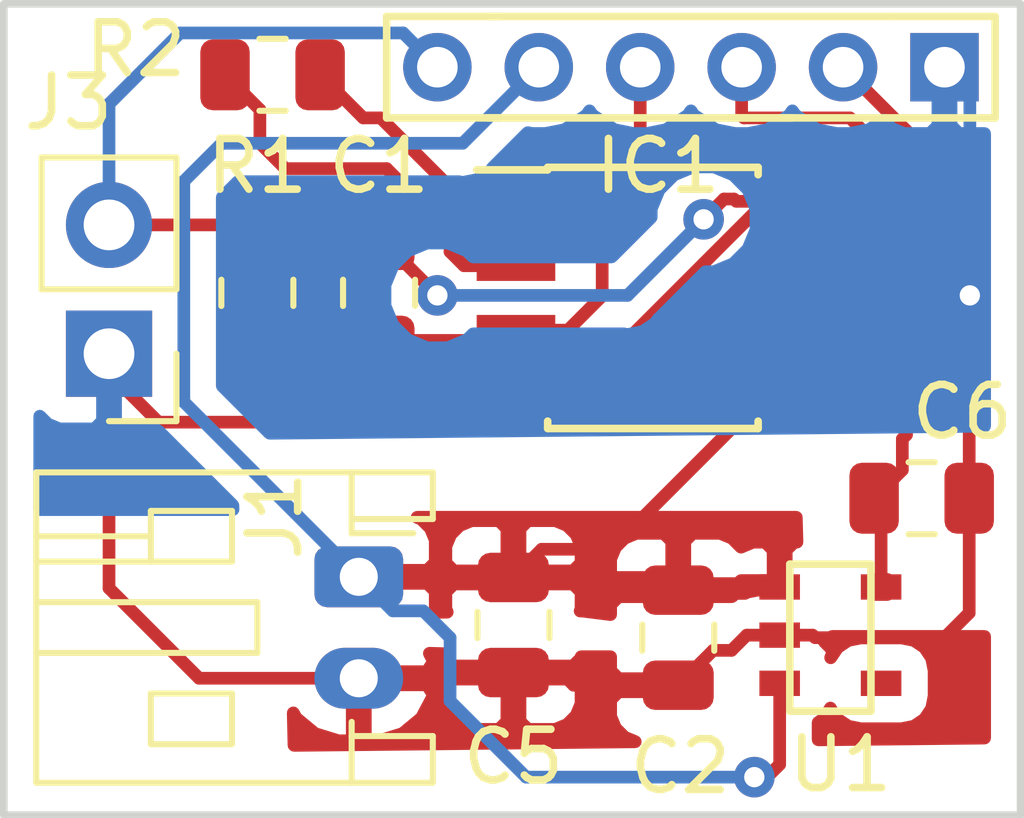
<source format=kicad_pcb>
(kicad_pcb (version 20171130) (host pcbnew 5.0.2+dfsg1-1~bpo9+1)

  (general
    (thickness 1.6)
    (drawings 4)
    (tracks 114)
    (zones 0)
    (modules 11)
    (nets 10)
  )

  (page A4)
  (layers
    (0 F.Cu signal)
    (31 B.Cu signal)
    (32 B.Adhes user)
    (33 F.Adhes user)
    (34 B.Paste user)
    (35 F.Paste user)
    (36 B.SilkS user)
    (37 F.SilkS user)
    (38 B.Mask user)
    (39 F.Mask user)
    (40 Dwgs.User user)
    (41 Cmts.User user)
    (42 Eco1.User user)
    (43 Eco2.User user)
    (44 Edge.Cuts user)
    (45 Margin user)
    (46 B.CrtYd user)
    (47 F.CrtYd user)
    (48 B.Fab user)
    (49 F.Fab user)
  )

  (setup
    (last_trace_width 0.25)
    (trace_clearance 0.2)
    (zone_clearance 0.508)
    (zone_45_only no)
    (trace_min 0.2)
    (segment_width 0.2)
    (edge_width 0.15)
    (via_size 0.8)
    (via_drill 0.4)
    (via_min_size 0.4)
    (via_min_drill 0.3)
    (uvia_size 0.3)
    (uvia_drill 0.1)
    (uvias_allowed no)
    (uvia_min_size 0.2)
    (uvia_min_drill 0.1)
    (pcb_text_width 0.3)
    (pcb_text_size 1.5 1.5)
    (mod_edge_width 0.15)
    (mod_text_size 1 1)
    (mod_text_width 0.15)
    (pad_size 1.524 1.524)
    (pad_drill 0.762)
    (pad_to_mask_clearance 0.051)
    (solder_mask_min_width 0.25)
    (aux_axis_origin 0 0)
    (visible_elements FFFFFF7F)
    (pcbplotparams
      (layerselection 0x010fc_ffffffff)
      (usegerberextensions false)
      (usegerberattributes false)
      (usegerberadvancedattributes false)
      (creategerberjobfile false)
      (excludeedgelayer true)
      (linewidth 0.150000)
      (plotframeref false)
      (viasonmask false)
      (mode 1)
      (useauxorigin false)
      (hpglpennumber 1)
      (hpglpenspeed 20)
      (hpglpendiameter 15.000000)
      (psnegative false)
      (psa4output false)
      (plotreference true)
      (plotvalue true)
      (plotinvisibletext false)
      (padsonsilk false)
      (subtractmaskfromsilk false)
      (outputformat 1)
      (mirror false)
      (drillshape 0)
      (scaleselection 1)
      (outputdirectory "/tmp/buckboost/"))
  )

  (net 0 "")
  (net 1 GND)
  (net 2 BATT)
  (net 3 STDBY)
  (net 4 CHRG)
  (net 5 +5V)
  (net 6 "Net-(C1-Pad1)")
  (net 7 "Net-(IC1-Pad2)")
  (net 8 "Net-(U1-Pad4)")
  (net 9 /3.0V)

  (net_class Default "This is the default net class."
    (clearance 0.2)
    (trace_width 0.25)
    (via_dia 0.8)
    (via_drill 0.4)
    (uvia_dia 0.3)
    (uvia_drill 0.1)
    (add_net +5V)
    (add_net /3.0V)
    (add_net BATT)
    (add_net CHRG)
    (add_net GND)
    (add_net "Net-(C1-Pad1)")
    (add_net "Net-(IC1-Pad2)")
    (add_net "Net-(U1-Pad4)")
    (add_net STDBY)
  )

  (module Connector_PinHeader_2.54mm:PinHeader_1x02_P2.54mm_Vertical (layer F.Cu) (tedit 59FED5CC) (tstamp 5F22601E)
    (at 91.275 80.4 180)
    (descr "Through hole straight pin header, 1x02, 2.54mm pitch, single row")
    (tags "Through hole pin header THT 1x02 2.54mm single row")
    (path /5EFD7AF9)
    (fp_text reference J3 (at 0.8 4.95 180) (layer F.SilkS)
      (effects (font (size 1 1) (thickness 0.15)))
    )
    (fp_text value PWR (at 0 4.87 180) (layer F.Fab) hide
      (effects (font (size 1 1) (thickness 0.15)))
    )
    (fp_text user %R (at 0 1.27 270) (layer F.Fab)
      (effects (font (size 1 1) (thickness 0.15)))
    )
    (fp_line (start 1.8 -1.8) (end -1.8 -1.8) (layer F.CrtYd) (width 0.05))
    (fp_line (start 1.8 4.35) (end 1.8 -1.8) (layer F.CrtYd) (width 0.05))
    (fp_line (start -1.8 4.35) (end 1.8 4.35) (layer F.CrtYd) (width 0.05))
    (fp_line (start -1.8 -1.8) (end -1.8 4.35) (layer F.CrtYd) (width 0.05))
    (fp_line (start -1.33 -1.33) (end 0 -1.33) (layer F.SilkS) (width 0.12))
    (fp_line (start -1.33 0) (end -1.33 -1.33) (layer F.SilkS) (width 0.12))
    (fp_line (start -1.33 1.27) (end 1.33 1.27) (layer F.SilkS) (width 0.12))
    (fp_line (start 1.33 1.27) (end 1.33 3.87) (layer F.SilkS) (width 0.12))
    (fp_line (start -1.33 1.27) (end -1.33 3.87) (layer F.SilkS) (width 0.12))
    (fp_line (start -1.33 3.87) (end 1.33 3.87) (layer F.SilkS) (width 0.12))
    (fp_line (start -1.27 -0.635) (end -0.635 -1.27) (layer F.Fab) (width 0.1))
    (fp_line (start -1.27 3.81) (end -1.27 -0.635) (layer F.Fab) (width 0.1))
    (fp_line (start 1.27 3.81) (end -1.27 3.81) (layer F.Fab) (width 0.1))
    (fp_line (start 1.27 -1.27) (end 1.27 3.81) (layer F.Fab) (width 0.1))
    (fp_line (start -0.635 -1.27) (end 1.27 -1.27) (layer F.Fab) (width 0.1))
    (pad 2 thru_hole oval (at 0 2.54 180) (size 1.7 1.7) (drill 1) (layers *.Cu *.Mask)
      (net 5 +5V))
    (pad 1 thru_hole rect (at 0 0 180) (size 1.7 1.7) (drill 1) (layers *.Cu *.Mask)
      (net 1 GND))
    (model ${KISYS3DMOD}/Connector_PinHeader_2.54mm.3dshapes/PinHeader_1x02_P2.54mm_Vertical.wrl
      (at (xyz 0 0 0))
      (scale (xyz 1 1 1))
      (rotate (xyz 0 0 0))
    )
  )

  (module Capacitor_SMD:C_0805_2012Metric (layer F.Cu) (tedit 5B36C52B) (tstamp 5F22584D)
    (at 99.25 85.75 270)
    (descr "Capacitor SMD 0805 (2012 Metric), square (rectangular) end terminal, IPC_7351 nominal, (Body size source: https://docs.google.com/spreadsheets/d/1BsfQQcO9C6DZCsRaXUlFlo91Tg2WpOkGARC1WS5S8t0/edit?usp=sharing), generated with kicad-footprint-generator")
    (tags capacitor)
    (path /5EFBAD6B)
    (attr smd)
    (fp_text reference C5 (at 2.6 0) (layer F.SilkS)
      (effects (font (size 1 1) (thickness 0.15)))
    )
    (fp_text value 10uF (at 0 1.65 270) (layer F.Fab) hide
      (effects (font (size 1 1) (thickness 0.15)))
    )
    (fp_text user %R (at 0 0 270) (layer F.Fab)
      (effects (font (size 0.5 0.5) (thickness 0.08)))
    )
    (fp_line (start 1.68 0.95) (end -1.68 0.95) (layer F.CrtYd) (width 0.05))
    (fp_line (start 1.68 -0.95) (end 1.68 0.95) (layer F.CrtYd) (width 0.05))
    (fp_line (start -1.68 -0.95) (end 1.68 -0.95) (layer F.CrtYd) (width 0.05))
    (fp_line (start -1.68 0.95) (end -1.68 -0.95) (layer F.CrtYd) (width 0.05))
    (fp_line (start -0.258578 0.71) (end 0.258578 0.71) (layer F.SilkS) (width 0.12))
    (fp_line (start -0.258578 -0.71) (end 0.258578 -0.71) (layer F.SilkS) (width 0.12))
    (fp_line (start 1 0.6) (end -1 0.6) (layer F.Fab) (width 0.1))
    (fp_line (start 1 -0.6) (end 1 0.6) (layer F.Fab) (width 0.1))
    (fp_line (start -1 -0.6) (end 1 -0.6) (layer F.Fab) (width 0.1))
    (fp_line (start -1 0.6) (end -1 -0.6) (layer F.Fab) (width 0.1))
    (pad 2 smd roundrect (at 0.9375 0 270) (size 0.975 1.4) (layers F.Cu F.Paste F.Mask) (roundrect_rratio 0.25)
      (net 1 GND))
    (pad 1 smd roundrect (at -0.9375 0 270) (size 0.975 1.4) (layers F.Cu F.Paste F.Mask) (roundrect_rratio 0.25)
      (net 2 BATT))
    (model ${KISYS3DMOD}/Capacitor_SMD.3dshapes/C_0805_2012Metric.wrl
      (at (xyz 0 0 0))
      (scale (xyz 1 1 1))
      (rotate (xyz 0 0 0))
    )
  )

  (module Capacitor_SMD:C_0805_2012Metric (layer F.Cu) (tedit 5B36C52B) (tstamp 5F225475)
    (at 96.6 79.2 270)
    (descr "Capacitor SMD 0805 (2012 Metric), square (rectangular) end terminal, IPC_7351 nominal, (Body size source: https://docs.google.com/spreadsheets/d/1BsfQQcO9C6DZCsRaXUlFlo91Tg2WpOkGARC1WS5S8t0/edit?usp=sharing), generated with kicad-footprint-generator")
    (tags capacitor)
    (path /5EFBAE2A)
    (attr smd)
    (fp_text reference C1 (at -2.5 0) (layer F.SilkS)
      (effects (font (size 1 1) (thickness 0.15)))
    )
    (fp_text value 10uF (at 0 1.65 270) (layer F.Fab) hide
      (effects (font (size 1 1) (thickness 0.15)))
    )
    (fp_text user %R (at 0 0 270) (layer F.Fab)
      (effects (font (size 0.5 0.5) (thickness 0.08)))
    )
    (fp_line (start 1.68 0.95) (end -1.68 0.95) (layer F.CrtYd) (width 0.05))
    (fp_line (start 1.68 -0.95) (end 1.68 0.95) (layer F.CrtYd) (width 0.05))
    (fp_line (start -1.68 -0.95) (end 1.68 -0.95) (layer F.CrtYd) (width 0.05))
    (fp_line (start -1.68 0.95) (end -1.68 -0.95) (layer F.CrtYd) (width 0.05))
    (fp_line (start -0.258578 0.71) (end 0.258578 0.71) (layer F.SilkS) (width 0.12))
    (fp_line (start -0.258578 -0.71) (end 0.258578 -0.71) (layer F.SilkS) (width 0.12))
    (fp_line (start 1 0.6) (end -1 0.6) (layer F.Fab) (width 0.1))
    (fp_line (start 1 -0.6) (end 1 0.6) (layer F.Fab) (width 0.1))
    (fp_line (start -1 -0.6) (end 1 -0.6) (layer F.Fab) (width 0.1))
    (fp_line (start -1 0.6) (end -1 -0.6) (layer F.Fab) (width 0.1))
    (pad 2 smd roundrect (at 0.9375 0 270) (size 0.975 1.4) (layers F.Cu F.Paste F.Mask) (roundrect_rratio 0.25)
      (net 1 GND))
    (pad 1 smd roundrect (at -0.9375 0 270) (size 0.975 1.4) (layers F.Cu F.Paste F.Mask) (roundrect_rratio 0.25)
      (net 6 "Net-(C1-Pad1)"))
    (model ${KISYS3DMOD}/Capacitor_SMD.3dshapes/C_0805_2012Metric.wrl
      (at (xyz 0 0 0))
      (scale (xyz 1 1 1))
      (rotate (xyz 0 0 0))
    )
  )

  (module Package_SO:SOIC-8_3.9x4.9mm_P1.27mm (layer F.Cu) (tedit 5A02F2D3) (tstamp 5F225435)
    (at 102 79.3)
    (descr "8-Lead Plastic Small Outline (SN) - Narrow, 3.90 mm Body [SOIC] (see Microchip Packaging Specification http://ww1.microchip.com/downloads/en/PackagingSpec/00000049BQ.pdf)")
    (tags "SOIC 1.27")
    (path /5EFB97C9)
    (attr smd)
    (fp_text reference IC1 (at 0.1 -2.6 180) (layer F.SilkS)
      (effects (font (size 1 1) (thickness 0.15)))
    )
    (fp_text value TP4056 (at 0 3.5) (layer F.Fab) hide
      (effects (font (size 1 1) (thickness 0.15)))
    )
    (fp_line (start -2.075 -2.525) (end -3.475 -2.525) (layer F.SilkS) (width 0.15))
    (fp_line (start -2.075 2.575) (end 2.075 2.575) (layer F.SilkS) (width 0.15))
    (fp_line (start -2.075 -2.575) (end 2.075 -2.575) (layer F.SilkS) (width 0.15))
    (fp_line (start -2.075 2.575) (end -2.075 2.43) (layer F.SilkS) (width 0.15))
    (fp_line (start 2.075 2.575) (end 2.075 2.43) (layer F.SilkS) (width 0.15))
    (fp_line (start 2.075 -2.575) (end 2.075 -2.43) (layer F.SilkS) (width 0.15))
    (fp_line (start -2.075 -2.575) (end -2.075 -2.525) (layer F.SilkS) (width 0.15))
    (fp_line (start -3.73 2.7) (end 3.73 2.7) (layer F.CrtYd) (width 0.05))
    (fp_line (start -3.73 -2.7) (end 3.73 -2.7) (layer F.CrtYd) (width 0.05))
    (fp_line (start 3.73 -2.7) (end 3.73 2.7) (layer F.CrtYd) (width 0.05))
    (fp_line (start -3.73 -2.7) (end -3.73 2.7) (layer F.CrtYd) (width 0.05))
    (fp_line (start -1.95 -1.45) (end -0.95 -2.45) (layer F.Fab) (width 0.1))
    (fp_line (start -1.95 2.45) (end -1.95 -1.45) (layer F.Fab) (width 0.1))
    (fp_line (start 1.95 2.45) (end -1.95 2.45) (layer F.Fab) (width 0.1))
    (fp_line (start 1.95 -2.45) (end 1.95 2.45) (layer F.Fab) (width 0.1))
    (fp_line (start -0.95 -2.45) (end 1.95 -2.45) (layer F.Fab) (width 0.1))
    (fp_text user %R (at 0 0) (layer F.Fab)
      (effects (font (size 1 1) (thickness 0.15)))
    )
    (pad 8 smd rect (at 2.7 -1.905) (size 1.55 0.6) (layers F.Cu F.Paste F.Mask)
      (net 6 "Net-(C1-Pad1)"))
    (pad 7 smd rect (at 2.7 -0.635) (size 1.55 0.6) (layers F.Cu F.Paste F.Mask)
      (net 4 CHRG))
    (pad 6 smd rect (at 2.7 0.635) (size 1.55 0.6) (layers F.Cu F.Paste F.Mask)
      (net 3 STDBY))
    (pad 5 smd rect (at 2.7 1.905) (size 1.55 0.6) (layers F.Cu F.Paste F.Mask)
      (net 2 BATT))
    (pad 4 smd rect (at -2.7 1.905) (size 1.55 0.6) (layers F.Cu F.Paste F.Mask)
      (net 6 "Net-(C1-Pad1)"))
    (pad 3 smd rect (at -2.7 0.635) (size 1.55 0.6) (layers F.Cu F.Paste F.Mask)
      (net 1 GND))
    (pad 2 smd rect (at -2.7 -0.635) (size 1.55 0.6) (layers F.Cu F.Paste F.Mask)
      (net 7 "Net-(IC1-Pad2)"))
    (pad 1 smd rect (at -2.7 -1.905) (size 1.55 0.6) (layers F.Cu F.Paste F.Mask)
      (net 1 GND))
    (model ${KISYS3DMOD}/Package_SO.3dshapes/SOIC-8_3.9x4.9mm_P1.27mm.wrl
      (at (xyz 0 0 0))
      (scale (xyz 1 1 1))
      (rotate (xyz 0 0 0))
    )
  )

  (module Resistor_SMD:R_0805_2012Metric (layer F.Cu) (tedit 5B36C52B) (tstamp 5F225418)
    (at 94.5 74.9)
    (descr "Resistor SMD 0805 (2012 Metric), square (rectangular) end terminal, IPC_7351 nominal, (Body size source: https://docs.google.com/spreadsheets/d/1BsfQQcO9C6DZCsRaXUlFlo91Tg2WpOkGARC1WS5S8t0/edit?usp=sharing), generated with kicad-footprint-generator")
    (tags resistor)
    (path /5EFBA253)
    (attr smd)
    (fp_text reference R2 (at -2.7 -0.5) (layer F.SilkS)
      (effects (font (size 1 1) (thickness 0.15)))
    )
    (fp_text value 3k (at 0 1.65) (layer F.Fab) hide
      (effects (font (size 1 1) (thickness 0.15)))
    )
    (fp_text user %R (at 0 0) (layer F.Fab)
      (effects (font (size 0.5 0.5) (thickness 0.08)))
    )
    (fp_line (start 1.68 0.95) (end -1.68 0.95) (layer F.CrtYd) (width 0.05))
    (fp_line (start 1.68 -0.95) (end 1.68 0.95) (layer F.CrtYd) (width 0.05))
    (fp_line (start -1.68 -0.95) (end 1.68 -0.95) (layer F.CrtYd) (width 0.05))
    (fp_line (start -1.68 0.95) (end -1.68 -0.95) (layer F.CrtYd) (width 0.05))
    (fp_line (start -0.258578 0.71) (end 0.258578 0.71) (layer F.SilkS) (width 0.12))
    (fp_line (start -0.258578 -0.71) (end 0.258578 -0.71) (layer F.SilkS) (width 0.12))
    (fp_line (start 1 0.6) (end -1 0.6) (layer F.Fab) (width 0.1))
    (fp_line (start 1 -0.6) (end 1 0.6) (layer F.Fab) (width 0.1))
    (fp_line (start -1 -0.6) (end 1 -0.6) (layer F.Fab) (width 0.1))
    (fp_line (start -1 0.6) (end -1 -0.6) (layer F.Fab) (width 0.1))
    (pad 2 smd roundrect (at 0.9375 0) (size 0.975 1.4) (layers F.Cu F.Paste F.Mask) (roundrect_rratio 0.25)
      (net 1 GND))
    (pad 1 smd roundrect (at -0.9375 0) (size 0.975 1.4) (layers F.Cu F.Paste F.Mask) (roundrect_rratio 0.25)
      (net 7 "Net-(IC1-Pad2)"))
    (model ${KISYS3DMOD}/Resistor_SMD.3dshapes/R_0805_2012Metric.wrl
      (at (xyz 0 0 0))
      (scale (xyz 1 1 1))
      (rotate (xyz 0 0 0))
    )
  )

  (module Resistor_SMD:R_0805_2012Metric (layer F.Cu) (tedit 5B36C52B) (tstamp 5F225407)
    (at 94.2 79.2 270)
    (descr "Resistor SMD 0805 (2012 Metric), square (rectangular) end terminal, IPC_7351 nominal, (Body size source: https://docs.google.com/spreadsheets/d/1BsfQQcO9C6DZCsRaXUlFlo91Tg2WpOkGARC1WS5S8t0/edit?usp=sharing), generated with kicad-footprint-generator")
    (tags resistor)
    (path /5EFBB573)
    (attr smd)
    (fp_text reference R1 (at -2.5 0) (layer F.SilkS)
      (effects (font (size 1 1) (thickness 0.15)))
    )
    (fp_text value 0.4 (at 0 1.65 270) (layer F.Fab) hide
      (effects (font (size 1 1) (thickness 0.15)))
    )
    (fp_text user %R (at 0 0 270) (layer F.Fab)
      (effects (font (size 0.5 0.5) (thickness 0.08)))
    )
    (fp_line (start 1.68 0.95) (end -1.68 0.95) (layer F.CrtYd) (width 0.05))
    (fp_line (start 1.68 -0.95) (end 1.68 0.95) (layer F.CrtYd) (width 0.05))
    (fp_line (start -1.68 -0.95) (end 1.68 -0.95) (layer F.CrtYd) (width 0.05))
    (fp_line (start -1.68 0.95) (end -1.68 -0.95) (layer F.CrtYd) (width 0.05))
    (fp_line (start -0.258578 0.71) (end 0.258578 0.71) (layer F.SilkS) (width 0.12))
    (fp_line (start -0.258578 -0.71) (end 0.258578 -0.71) (layer F.SilkS) (width 0.12))
    (fp_line (start 1 0.6) (end -1 0.6) (layer F.Fab) (width 0.1))
    (fp_line (start 1 -0.6) (end 1 0.6) (layer F.Fab) (width 0.1))
    (fp_line (start -1 -0.6) (end 1 -0.6) (layer F.Fab) (width 0.1))
    (fp_line (start -1 0.6) (end -1 -0.6) (layer F.Fab) (width 0.1))
    (pad 2 smd roundrect (at 0.9375 0 270) (size 0.975 1.4) (layers F.Cu F.Paste F.Mask) (roundrect_rratio 0.25)
      (net 6 "Net-(C1-Pad1)"))
    (pad 1 smd roundrect (at -0.9375 0 270) (size 0.975 1.4) (layers F.Cu F.Paste F.Mask) (roundrect_rratio 0.25)
      (net 5 +5V))
    (model ${KISYS3DMOD}/Resistor_SMD.3dshapes/R_0805_2012Metric.wrl
      (at (xyz 0 0 0))
      (scale (xyz 1 1 1))
      (rotate (xyz 0 0 0))
    )
  )

  (module buck-boost-conn:buck-boost-conn (layer F.Cu) (tedit 5EFE462C) (tstamp 5F2253F6)
    (at 102.75 79.75)
    (path /5EFCC7EB)
    (fp_text reference J2 (at 5.25 -3.25) (layer F.SilkS) hide
      (effects (font (size 1 1) (thickness 0.15)))
    )
    (fp_text value buck-boost-conn (at -0.25 -7) (layer F.Fab) hide
      (effects (font (size 1 1) (thickness 0.15)))
    )
    (fp_line (start -6 -4) (end -3.75 -4) (layer F.SilkS) (width 0.15))
    (fp_line (start -6 -6) (end -6 -4) (layer F.SilkS) (width 0.15))
    (fp_line (start -3.75 -6) (end -6 -6) (layer F.SilkS) (width 0.15))
    (fp_line (start 6 -4) (end 0.75 -4) (layer F.SilkS) (width 0.15))
    (fp_line (start 6 -6) (end 6 -4) (layer F.SilkS) (width 0.15))
    (fp_line (start 4 -6) (end 6 -6) (layer F.SilkS) (width 0.15))
    (fp_line (start -4 -6) (end 4 -6) (layer F.SilkS) (width 0.15))
    (fp_line (start 2 -4) (end -4 -4) (layer F.SilkS) (width 0.15))
    (pad 6 thru_hole oval (at -5 -5) (size 1.35 1.35) (drill 0.8) (layers *.Cu *.Mask)
      (net 5 +5V))
    (pad 1 thru_hole rect (at 5 -5) (size 1.35 1.35) (drill 0.8) (layers *.Cu *.Mask)
      (net 1 GND))
    (pad 2 thru_hole oval (at 3 -5) (size 1.35 1.35) (drill 0.8) (layers *.Cu *.Mask)
      (net 9 /3.0V))
    (pad 3 thru_hole oval (at -3 -5) (size 1.35 1.35) (drill 0.8) (layers *.Cu *.Mask)
      (net 2 BATT))
    (pad 4 thru_hole oval (at -1 -5) (size 1.35 1.35) (drill 0.8) (layers *.Cu *.Mask)
      (net 4 CHRG))
    (pad 5 thru_hole oval (at 1 -5) (size 1.35 1.35) (drill 0.8) (layers *.Cu *.Mask)
      (net 3 STDBY))
  )

  (module Capacitor_SMD:C_0805_2012Metric (layer F.Cu) (tedit 5F171240) (tstamp 5F23A07F)
    (at 102.5 86 90)
    (descr "Capacitor SMD 0805 (2012 Metric), square (rectangular) end terminal, IPC_7351 nominal, (Body size source: https://docs.google.com/spreadsheets/d/1BsfQQcO9C6DZCsRaXUlFlo91Tg2WpOkGARC1WS5S8t0/edit?usp=sharing), generated with kicad-footprint-generator")
    (tags capacitor)
    (path /5EF79259)
    (attr smd)
    (fp_text reference C2 (at -2.538 0.04 180) (layer F.SilkS)
      (effects (font (size 1 1) (thickness 0.15)))
    )
    (fp_text value 10uF (at 0 1.65 90) (layer F.Fab) hide
      (effects (font (size 1 1) (thickness 0.15)))
    )
    (fp_text user %R (at 0 0 90) (layer F.Fab)
      (effects (font (size 0.5 0.5) (thickness 0.08)))
    )
    (fp_line (start 1.68 0.95) (end -1.68 0.95) (layer F.CrtYd) (width 0.05))
    (fp_line (start 1.68 -0.95) (end 1.68 0.95) (layer F.CrtYd) (width 0.05))
    (fp_line (start -1.68 -0.95) (end 1.68 -0.95) (layer F.CrtYd) (width 0.05))
    (fp_line (start -1.68 0.95) (end -1.68 -0.95) (layer F.CrtYd) (width 0.05))
    (fp_line (start -0.258578 0.71) (end 0.258578 0.71) (layer F.SilkS) (width 0.12))
    (fp_line (start -0.258578 -0.71) (end 0.258578 -0.71) (layer F.SilkS) (width 0.12))
    (fp_line (start 1 0.6) (end -1 0.6) (layer F.Fab) (width 0.1))
    (fp_line (start 1 -0.6) (end 1 0.6) (layer F.Fab) (width 0.1))
    (fp_line (start -1 -0.6) (end 1 -0.6) (layer F.Fab) (width 0.1))
    (fp_line (start -1 0.6) (end -1 -0.6) (layer F.Fab) (width 0.1))
    (pad 2 smd roundrect (at 0.9375 0 90) (size 0.975 1.4) (layers F.Cu F.Paste F.Mask) (roundrect_rratio 0.25)
      (net 2 BATT))
    (pad 1 smd roundrect (at -0.9375 0 90) (size 0.975 1.4) (layers F.Cu F.Paste F.Mask) (roundrect_rratio 0.25)
      (net 1 GND))
    (model ${KISYS3DMOD}/Capacitor_SMD.3dshapes/C_0805_2012Metric.wrl
      (at (xyz 0 0 0))
      (scale (xyz 1 1 1))
      (rotate (xyz 0 0 0))
    )
  )

  (module Capacitor_SMD:C_0805_2012Metric (layer F.Cu) (tedit 5F17123B) (tstamp 5F23A090)
    (at 107.3 83.25 180)
    (descr "Capacitor SMD 0805 (2012 Metric), square (rectangular) end terminal, IPC_7351 nominal, (Body size source: https://docs.google.com/spreadsheets/d/1BsfQQcO9C6DZCsRaXUlFlo91Tg2WpOkGARC1WS5S8t0/edit?usp=sharing), generated with kicad-footprint-generator")
    (tags capacitor)
    (path /5EF79229)
    (attr smd)
    (fp_text reference C6 (at -0.8 1.7) (layer F.SilkS)
      (effects (font (size 1 1) (thickness 0.15)))
    )
    (fp_text value 4.7uF (at 0 1.65 180) (layer F.Fab) hide
      (effects (font (size 1 1) (thickness 0.15)))
    )
    (fp_line (start -1 0.6) (end -1 -0.6) (layer F.Fab) (width 0.1))
    (fp_line (start -1 -0.6) (end 1 -0.6) (layer F.Fab) (width 0.1))
    (fp_line (start 1 -0.6) (end 1 0.6) (layer F.Fab) (width 0.1))
    (fp_line (start 1 0.6) (end -1 0.6) (layer F.Fab) (width 0.1))
    (fp_line (start -0.258578 -0.71) (end 0.258578 -0.71) (layer F.SilkS) (width 0.12))
    (fp_line (start -0.258578 0.71) (end 0.258578 0.71) (layer F.SilkS) (width 0.12))
    (fp_line (start -1.68 0.95) (end -1.68 -0.95) (layer F.CrtYd) (width 0.05))
    (fp_line (start -1.68 -0.95) (end 1.68 -0.95) (layer F.CrtYd) (width 0.05))
    (fp_line (start 1.68 -0.95) (end 1.68 0.95) (layer F.CrtYd) (width 0.05))
    (fp_line (start 1.68 0.95) (end -1.68 0.95) (layer F.CrtYd) (width 0.05))
    (fp_text user %R (at 0 0 180) (layer F.Fab)
      (effects (font (size 0.5 0.5) (thickness 0.08)))
    )
    (pad 1 smd roundrect (at -0.9375 0 180) (size 0.975 1.4) (layers F.Cu F.Paste F.Mask) (roundrect_rratio 0.25)
      (net 1 GND))
    (pad 2 smd roundrect (at 0.9375 0 180) (size 0.975 1.4) (layers F.Cu F.Paste F.Mask) (roundrect_rratio 0.25)
      (net 9 /3.0V))
    (model ${KISYS3DMOD}/Capacitor_SMD.3dshapes/C_0805_2012Metric.wrl
      (at (xyz 0 0 0))
      (scale (xyz 1 1 1))
      (rotate (xyz 0 0 0))
    )
  )

  (module Connector_JST:JST_PH_S2B-PH-K_1x02_P2.00mm_Horizontal (layer F.Cu) (tedit 5F171243) (tstamp 5F23A0BF)
    (at 96.2 84.8 270)
    (descr "JST PH series connector, S2B-PH-K (http://www.jst-mfg.com/product/pdf/eng/ePH.pdf), generated with kicad-footprint-generator")
    (tags "connector JST PH top entry")
    (path /5EF79359)
    (fp_text reference J1 (at -1.2 1.66 270) (layer F.SilkS)
      (effects (font (size 1 1) (thickness 0.15)))
    )
    (fp_text value BATT (at 1 7.45 270) (layer F.Fab) hide
      (effects (font (size 1 1) (thickness 0.15)))
    )
    (fp_line (start -0.86 0.14) (end -1.14 0.14) (layer F.SilkS) (width 0.12))
    (fp_line (start -1.14 0.14) (end -1.14 -1.46) (layer F.SilkS) (width 0.12))
    (fp_line (start -1.14 -1.46) (end -2.06 -1.46) (layer F.SilkS) (width 0.12))
    (fp_line (start -2.06 -1.46) (end -2.06 6.36) (layer F.SilkS) (width 0.12))
    (fp_line (start -2.06 6.36) (end 4.06 6.36) (layer F.SilkS) (width 0.12))
    (fp_line (start 4.06 6.36) (end 4.06 -1.46) (layer F.SilkS) (width 0.12))
    (fp_line (start 4.06 -1.46) (end 3.14 -1.46) (layer F.SilkS) (width 0.12))
    (fp_line (start 3.14 -1.46) (end 3.14 0.14) (layer F.SilkS) (width 0.12))
    (fp_line (start 3.14 0.14) (end 2.86 0.14) (layer F.SilkS) (width 0.12))
    (fp_line (start 0.5 6.36) (end 0.5 2) (layer F.SilkS) (width 0.12))
    (fp_line (start 0.5 2) (end 1.5 2) (layer F.SilkS) (width 0.12))
    (fp_line (start 1.5 2) (end 1.5 6.36) (layer F.SilkS) (width 0.12))
    (fp_line (start -2.06 0.14) (end -1.14 0.14) (layer F.SilkS) (width 0.12))
    (fp_line (start 4.06 0.14) (end 3.14 0.14) (layer F.SilkS) (width 0.12))
    (fp_line (start -1.3 2.5) (end -1.3 4.1) (layer F.SilkS) (width 0.12))
    (fp_line (start -1.3 4.1) (end -0.3 4.1) (layer F.SilkS) (width 0.12))
    (fp_line (start -0.3 4.1) (end -0.3 2.5) (layer F.SilkS) (width 0.12))
    (fp_line (start -0.3 2.5) (end -1.3 2.5) (layer F.SilkS) (width 0.12))
    (fp_line (start 3.3 2.5) (end 3.3 4.1) (layer F.SilkS) (width 0.12))
    (fp_line (start 3.3 4.1) (end 2.3 4.1) (layer F.SilkS) (width 0.12))
    (fp_line (start 2.3 4.1) (end 2.3 2.5) (layer F.SilkS) (width 0.12))
    (fp_line (start 2.3 2.5) (end 3.3 2.5) (layer F.SilkS) (width 0.12))
    (fp_line (start -0.3 4.1) (end -0.3 6.36) (layer F.SilkS) (width 0.12))
    (fp_line (start -0.8 4.1) (end -0.8 6.36) (layer F.SilkS) (width 0.12))
    (fp_line (start -2.45 -1.85) (end -2.45 6.75) (layer F.CrtYd) (width 0.05))
    (fp_line (start -2.45 6.75) (end 4.45 6.75) (layer F.CrtYd) (width 0.05))
    (fp_line (start 4.45 6.75) (end 4.45 -1.85) (layer F.CrtYd) (width 0.05))
    (fp_line (start 4.45 -1.85) (end -2.45 -1.85) (layer F.CrtYd) (width 0.05))
    (fp_line (start -1.25 0.25) (end -1.25 -1.35) (layer F.Fab) (width 0.1))
    (fp_line (start -1.25 -1.35) (end -1.95 -1.35) (layer F.Fab) (width 0.1))
    (fp_line (start -1.95 -1.35) (end -1.95 6.25) (layer F.Fab) (width 0.1))
    (fp_line (start -1.95 6.25) (end 3.95 6.25) (layer F.Fab) (width 0.1))
    (fp_line (start 3.95 6.25) (end 3.95 -1.35) (layer F.Fab) (width 0.1))
    (fp_line (start 3.95 -1.35) (end 3.25 -1.35) (layer F.Fab) (width 0.1))
    (fp_line (start 3.25 -1.35) (end 3.25 0.25) (layer F.Fab) (width 0.1))
    (fp_line (start 3.25 0.25) (end -1.25 0.25) (layer F.Fab) (width 0.1))
    (fp_line (start -0.86 0.14) (end -0.86 -1.075) (layer F.SilkS) (width 0.12))
    (fp_line (start 0 0.875) (end -0.5 1.375) (layer F.Fab) (width 0.1))
    (fp_line (start -0.5 1.375) (end 0.5 1.375) (layer F.Fab) (width 0.1))
    (fp_line (start 0.5 1.375) (end 0 0.875) (layer F.Fab) (width 0.1))
    (fp_text user %R (at 1 2.5 270) (layer F.Fab)
      (effects (font (size 1 1) (thickness 0.15)))
    )
    (pad 1 thru_hole roundrect (at 0 0 270) (size 1.2 1.75) (drill 0.75) (layers *.Cu *.Mask) (roundrect_rratio 0.208333)
      (net 2 BATT))
    (pad 2 thru_hole oval (at 2 0 270) (size 1.2 1.75) (drill 0.75) (layers *.Cu *.Mask)
      (net 1 GND))
    (model ${KISYS3DMOD}/Connector_JST.3dshapes/JST_PH_S2B-PH-K_1x02_P2.00mm_Horizontal.wrl
      (at (xyz 0 0 0))
      (scale (xyz 1 1 1))
      (rotate (xyz 0 0 0))
    )
  )

  (module xc6220:XC6220 (layer F.Cu) (tedit 5F19F043) (tstamp 5F267467)
    (at 105.5 86 270)
    (path /5F1728EC)
    (fp_text reference U1 (at 2.5 -0.2) (layer F.SilkS)
      (effects (font (size 1 1) (thickness 0.15)))
    )
    (fp_text value XC6220 (at 0.1 -0.15 270) (layer F.Fab) hide
      (effects (font (size 1 1) (thickness 0.03)))
    )
    (fp_line (start 1.45 -0.8) (end 1.45 0.15) (layer F.SilkS) (width 0.15))
    (fp_line (start -1.45 -0.8) (end 1.45 -0.8) (layer F.SilkS) (width 0.15))
    (fp_line (start -1.45 0.8) (end -1.45 -0.8) (layer F.SilkS) (width 0.15))
    (fp_line (start 1.45 0.8) (end -1.45 0.8) (layer F.SilkS) (width 0.15))
    (fp_line (start 1.45 0) (end 1.45 0.8) (layer F.SilkS) (width 0.15))
    (pad 5 smd rect (at -1 -1 270) (size 0.5 0.8) (layers F.Cu F.Paste F.Mask)
      (net 9 /3.0V))
    (pad 4 smd rect (at 0.9 -1 270) (size 0.5 0.8) (layers F.Cu F.Paste F.Mask)
      (net 8 "Net-(U1-Pad4)"))
    (pad 3 smd rect (at 0.9 1 270) (size 0.5 0.8) (layers F.Cu F.Paste F.Mask)
      (net 2 BATT))
    (pad 2 smd rect (at -0.05 1 270) (size 0.5 0.8) (layers F.Cu F.Paste F.Mask)
      (net 1 GND))
    (pad 1 smd rect (at -1 1 270) (size 0.5 0.8) (layers F.Cu F.Paste F.Mask)
      (net 2 BATT))
  )

  (gr_line (start 109.25 89.5) (end 89.25 89.5) (layer Edge.Cuts) (width 0.15))
  (gr_line (start 109.25 73.5) (end 109.25 89.5) (layer Edge.Cuts) (width 0.15))
  (gr_line (start 89.25 73.5) (end 109.225 73.5) (layer Edge.Cuts) (width 0.15))
  (gr_line (start 89.2 89.5) (end 89.2 73.5) (layer Edge.Cuts) (width 0.15))

  (via (at 108.25 79.25) (size 0.8) (drill 0.4) (layers F.Cu B.Cu) (net 1))
  (segment (start 108.2375 79.2625) (end 108.25 79.25) (width 0.25) (layer F.Cu) (net 1))
  (segment (start 108.2375 83.25) (end 108.2375 79.2625) (width 0.25) (layer F.Cu) (net 1))
  (segment (start 108.25 75.25) (end 107.75 74.75) (width 0.25) (layer B.Cu) (net 1))
  (segment (start 108.25 79.25) (end 108.25 75.25) (width 0.25) (layer B.Cu) (net 1))
  (segment (start 99.1375 86.8) (end 99.25 86.6875) (width 0.25) (layer F.Cu) (net 1))
  (segment (start 96.2 86.8) (end 99.1375 86.8) (width 0.25) (layer F.Cu) (net 1))
  (segment (start 99.25 86.6875) (end 100.1875 86.6875) (width 0.25) (layer F.Cu) (net 1))
  (segment (start 100.4375 86.9375) (end 102.5 86.9375) (width 0.25) (layer F.Cu) (net 1))
  (segment (start 100.1875 86.6875) (end 100.4375 86.9375) (width 0.25) (layer F.Cu) (net 1))
  (segment (start 103.85 85.95) (end 103.55 86.25) (width 0.25) (layer F.Cu) (net 1))
  (segment (start 104.5 85.95) (end 103.85 85.95) (width 0.25) (layer F.Cu) (net 1))
  (segment (start 103.1875 86.25) (end 102.5 86.9375) (width 0.25) (layer F.Cu) (net 1))
  (segment (start 103.55 86.25) (end 103.1875 86.25) (width 0.25) (layer F.Cu) (net 1))
  (segment (start 91.275 80.4) (end 91.275 80.775) (width 0.25) (layer F.Cu) (net 1))
  (segment (start 91.275 80.775) (end 92.25 81.75) (width 0.25) (layer F.Cu) (net 1))
  (segment (start 94.9875 81.75) (end 96.6 80.1375) (width 0.25) (layer F.Cu) (net 1))
  (segment (start 92.25 81.75) (end 94.9875 81.75) (width 0.25) (layer F.Cu) (net 1))
  (segment (start 91.275 80.4) (end 91.275 85.025) (width 0.25) (layer F.Cu) (net 1))
  (segment (start 93.05 86.8) (end 96.2 86.8) (width 0.25) (layer F.Cu) (net 1))
  (segment (start 91.275 85.025) (end 93.05 86.8) (width 0.25) (layer F.Cu) (net 1))
  (segment (start 105.15 85.95) (end 105.2 86) (width 0.25) (layer F.Cu) (net 1))
  (segment (start 104.5 85.95) (end 105.15 85.95) (width 0.25) (layer F.Cu) (net 1))
  (segment (start 105.2 86) (end 107.75 86) (width 0.25) (layer F.Cu) (net 1))
  (segment (start 108.2375 85.5125) (end 108.2375 83.25) (width 0.25) (layer F.Cu) (net 1))
  (segment (start 107.75 86) (end 108.2375 85.5125) (width 0.25) (layer F.Cu) (net 1))
  (segment (start 99.0975 80.1375) (end 99.3 79.935) (width 0.25) (layer F.Cu) (net 1))
  (segment (start 96.6 80.1375) (end 99.0975 80.1375) (width 0.25) (layer F.Cu) (net 1))
  (segment (start 98.275 77.395) (end 99.3 77.395) (width 0.25) (layer F.Cu) (net 1))
  (segment (start 96.630001 75.750001) (end 98.275 77.395) (width 0.25) (layer F.Cu) (net 1))
  (segment (start 96.287501 75.750001) (end 96.630001 75.750001) (width 0.25) (layer F.Cu) (net 1))
  (segment (start 95.4375 74.9) (end 96.287501 75.750001) (width 0.25) (layer F.Cu) (net 1))
  (segment (start 100.325 79.935) (end 101 79.26) (width 0.25) (layer F.Cu) (net 1))
  (segment (start 99.3 79.935) (end 100.325 79.935) (width 0.25) (layer F.Cu) (net 1))
  (segment (start 101 79.26) (end 101 78) (width 0.25) (layer F.Cu) (net 1))
  (segment (start 100.395 77.395) (end 99.3 77.395) (width 0.25) (layer F.Cu) (net 1))
  (segment (start 101 78) (end 100.395 77.395) (width 0.25) (layer F.Cu) (net 1))
  (segment (start 99.2375 84.8) (end 99.25 84.8125) (width 0.25) (layer F.Cu) (net 2))
  (segment (start 96.2 84.8) (end 99.2375 84.8) (width 0.25) (layer F.Cu) (net 2))
  (segment (start 104.4375 85.0625) (end 104.5 85) (width 0.25) (layer F.Cu) (net 2))
  (segment (start 102.5 85.0625) (end 104.4375 85.0625) (width 0.25) (layer F.Cu) (net 2))
  (segment (start 102.25 84.8125) (end 102.5 85.0625) (width 0.25) (layer F.Cu) (net 2))
  (segment (start 99.25 84.8125) (end 102.25 84.8125) (width 0.25) (layer F.Cu) (net 2))
  (segment (start 104.225 81.205) (end 104.7 81.205) (width 0.25) (layer F.Cu) (net 2))
  (segment (start 99.806237 84.256263) (end 101.173737 84.256263) (width 0.25) (layer F.Cu) (net 2))
  (segment (start 101.173737 84.256263) (end 104.225 81.205) (width 0.25) (layer F.Cu) (net 2))
  (segment (start 99.25 84.8125) (end 99.806237 84.256263) (width 0.25) (layer F.Cu) (net 2))
  (segment (start 92.75 81.35) (end 96.2 84.8) (width 0.25) (layer B.Cu) (net 2))
  (segment (start 99.75 74.75) (end 98.25 76.25) (width 0.25) (layer B.Cu) (net 2))
  (segment (start 98.25 76.25) (end 93.5 76.25) (width 0.25) (layer B.Cu) (net 2))
  (segment (start 93.5 76.25) (end 92.75 77) (width 0.25) (layer B.Cu) (net 2))
  (segment (start 92.75 77) (end 92.75 81.35) (width 0.25) (layer B.Cu) (net 2))
  (segment (start 96.87071 85.47071) (end 97.47071 85.47071) (width 0.25) (layer B.Cu) (net 2))
  (segment (start 96.2 84.8) (end 96.87071 85.47071) (width 0.25) (layer B.Cu) (net 2))
  (segment (start 97.47071 85.47071) (end 98 86) (width 0.25) (layer B.Cu) (net 2))
  (segment (start 98 86) (end 98 87.25) (width 0.25) (layer B.Cu) (net 2))
  (segment (start 99.5 88.75) (end 104 88.75) (width 0.25) (layer B.Cu) (net 2))
  (via (at 104 88.75) (size 0.8) (drill 0.4) (layers F.Cu B.Cu) (net 2))
  (segment (start 98 87.25) (end 99.5 88.75) (width 0.25) (layer B.Cu) (net 2))
  (segment (start 104 88.75) (end 104.25 88.75) (width 0.25) (layer F.Cu) (net 2))
  (segment (start 104.5 88.5) (end 104.5 86.9) (width 0.25) (layer F.Cu) (net 2))
  (segment (start 104.25 88.75) (end 104.5 88.5) (width 0.25) (layer F.Cu) (net 2))
  (segment (start 105.175 79.935) (end 104.7 79.935) (width 0.25) (layer F.Cu) (net 3))
  (segment (start 106.5 78.61) (end 105.175 79.935) (width 0.25) (layer F.Cu) (net 3))
  (segment (start 106.5 76.36359) (end 106.5 78.61) (width 0.25) (layer F.Cu) (net 3))
  (segment (start 103.75 74.75) (end 103.75 75.704594) (width 0.25) (layer F.Cu) (net 3))
  (segment (start 103.75 75.704594) (end 103.795406 75.75) (width 0.25) (layer F.Cu) (net 3))
  (segment (start 103.795406 75.75) (end 105.88641 75.75) (width 0.25) (layer F.Cu) (net 3))
  (segment (start 105.88641 75.75) (end 106.5 76.36359) (width 0.25) (layer F.Cu) (net 3))
  (segment (start 101.75 76) (end 101.75 74.75) (width 0.25) (layer F.Cu) (net 4))
  (segment (start 105.75 76.25) (end 102 76.25) (width 0.25) (layer F.Cu) (net 4))
  (segment (start 104.7 78.665) (end 105.725 78.665) (width 0.25) (layer F.Cu) (net 4))
  (segment (start 102 76.25) (end 101.75 76) (width 0.25) (layer F.Cu) (net 4))
  (segment (start 105.725 78.665) (end 106 78.39) (width 0.25) (layer F.Cu) (net 4))
  (segment (start 106 78.39) (end 106 76.5) (width 0.25) (layer F.Cu) (net 4))
  (segment (start 106 76.5) (end 105.75 76.25) (width 0.25) (layer F.Cu) (net 4))
  (segment (start 93.7975 77.86) (end 94.2 78.2625) (width 0.25) (layer F.Cu) (net 5))
  (segment (start 91.275 77.86) (end 93.7975 77.86) (width 0.25) (layer F.Cu) (net 5))
  (segment (start 97.075001 74.075001) (end 92.674999 74.075001) (width 0.25) (layer B.Cu) (net 5))
  (segment (start 97.75 74.75) (end 97.075001 74.075001) (width 0.25) (layer B.Cu) (net 5))
  (segment (start 91.275 75.475) (end 91.275 77.86) (width 0.25) (layer B.Cu) (net 5))
  (segment (start 92.674999 74.075001) (end 91.275 75.475) (width 0.25) (layer B.Cu) (net 5))
  (segment (start 96.075 78.2625) (end 96.6 78.2625) (width 0.25) (layer F.Cu) (net 6))
  (segment (start 94.2 80.1375) (end 96.075 78.2625) (width 0.25) (layer F.Cu) (net 6))
  (segment (start 100.415 81.205) (end 99.3 81.205) (width 0.25) (layer F.Cu) (net 6))
  (segment (start 104.225 77.395) (end 100.415 81.205) (width 0.25) (layer F.Cu) (net 6))
  (segment (start 104.7 77.395) (end 104.225 77.395) (width 0.25) (layer F.Cu) (net 6))
  (via (at 97.75 79.25) (size 0.8) (drill 0.4) (layers F.Cu B.Cu) (net 6))
  (segment (start 96.7625 78.2625) (end 97.75 79.25) (width 0.25) (layer F.Cu) (net 6))
  (segment (start 96.6 78.2625) (end 96.7625 78.2625) (width 0.25) (layer F.Cu) (net 6))
  (segment (start 97.75 79.25) (end 101.5 79.25) (width 0.25) (layer B.Cu) (net 6))
  (via (at 103 77.75) (size 0.8) (drill 0.4) (layers F.Cu B.Cu) (net 6))
  (segment (start 101.5 79.25) (end 103 77.75) (width 0.25) (layer B.Cu) (net 6))
  (segment (start 103.399999 77.350001) (end 103.600001 77.350001) (width 0.25) (layer F.Cu) (net 6))
  (segment (start 103 77.75) (end 103.399999 77.350001) (width 0.25) (layer F.Cu) (net 6))
  (segment (start 103.645 77.395) (end 104.7 77.395) (width 0.25) (layer F.Cu) (net 6))
  (segment (start 103.600001 77.350001) (end 103.645 77.395) (width 0.25) (layer F.Cu) (net 6))
  (segment (start 98.275 78.665) (end 98 78.39) (width 0.25) (layer F.Cu) (net 7))
  (segment (start 99.3 78.665) (end 98.275 78.665) (width 0.25) (layer F.Cu) (net 7))
  (segment (start 98 78.15815) (end 97.75 77.90815) (width 0.25) (layer F.Cu) (net 7))
  (segment (start 98 78.39) (end 98 78.15815) (width 0.25) (layer F.Cu) (net 7))
  (segment (start 97.75 77.90815) (end 97.75 77.75) (width 0.25) (layer F.Cu) (net 7))
  (segment (start 97.75 77.75) (end 96.75 76.75) (width 0.25) (layer F.Cu) (net 7))
  (segment (start 96.75 76.75) (end 94.75 76.75) (width 0.25) (layer F.Cu) (net 7))
  (segment (start 94.75 76.75) (end 94.25 76.25) (width 0.25) (layer F.Cu) (net 7))
  (segment (start 94.25 75.5875) (end 93.5625 74.9) (width 0.25) (layer F.Cu) (net 7))
  (segment (start 94.25 76.25) (end 94.25 75.5875) (width 0.25) (layer F.Cu) (net 7))
  (segment (start 107 76) (end 105.75 74.75) (width 0.25) (layer F.Cu) (net 9))
  (segment (start 106.3625 83.25) (end 106.918737 82.693763) (width 0.25) (layer F.Cu) (net 9))
  (segment (start 106.918737 82.081263) (end 107 82) (width 0.25) (layer F.Cu) (net 9))
  (segment (start 106.918737 82.693763) (end 106.918737 82.081263) (width 0.25) (layer F.Cu) (net 9))
  (segment (start 107 82) (end 107 76) (width 0.25) (layer F.Cu) (net 9))
  (segment (start 106.5 83.3875) (end 106.3625 83.25) (width 0.25) (layer F.Cu) (net 9))
  (segment (start 106.5 85) (end 106.5 83.3875) (width 0.25) (layer F.Cu) (net 9))

  (zone (net 1) (net_name GND) (layer B.Cu) (tstamp 0) (hatch edge 0.508)
    (connect_pads (clearance 0.508))
    (min_thickness 0.254)
    (fill yes (arc_segments 16) (thermal_gap 0.508) (thermal_bridge_width 0.508))
    (polygon
      (pts
        (xy 109 73.65) (xy 89.55 73.65) (xy 89.45 83.6) (xy 93.85 83.6) (xy 93.8 82.1)
        (xy 109 81.95)
      )
    )
    (filled_polygon
      (pts
        (xy 91.402 80.273) (xy 91.422 80.273) (xy 91.422 80.527) (xy 91.402 80.527) (xy 91.402 81.72625)
        (xy 91.56075 81.885) (xy 92.193433 81.885) (xy 92.202072 81.897929) (xy 92.265528 81.940329) (xy 93.715955 83.390756)
        (xy 93.718696 83.473) (xy 89.91 83.473) (xy 89.91 81.633026) (xy 90.065302 81.788327) (xy 90.298691 81.885)
        (xy 90.98925 81.885) (xy 91.148 81.72625) (xy 91.148 80.527) (xy 91.128 80.527) (xy 91.128 80.273)
        (xy 91.148 80.273) (xy 91.148 80.253) (xy 91.402 80.253)
      )
    )
    (filled_polygon
      (pts
        (xy 107.877 74.623) (xy 107.897 74.623) (xy 107.897 74.877) (xy 107.877 74.877) (xy 107.877 75.90125)
        (xy 108.03575 76.06) (xy 108.54 76.06) (xy 108.54 81.827533) (xy 94.441465 81.966663) (xy 93.51 81.035199)
        (xy 93.51 79.044126) (xy 96.715 79.044126) (xy 96.715 79.455874) (xy 96.872569 79.83628) (xy 97.16372 80.127431)
        (xy 97.544126 80.285) (xy 97.955874 80.285) (xy 98.33628 80.127431) (xy 98.453711 80.01) (xy 101.425153 80.01)
        (xy 101.5 80.024888) (xy 101.574847 80.01) (xy 101.574852 80.01) (xy 101.796537 79.965904) (xy 102.047929 79.797929)
        (xy 102.090331 79.73447) (xy 103.039802 78.785) (xy 103.205874 78.785) (xy 103.58628 78.627431) (xy 103.877431 78.33628)
        (xy 104.035 77.955874) (xy 104.035 77.544126) (xy 103.877431 77.16372) (xy 103.58628 76.872569) (xy 103.205874 76.715)
        (xy 102.794126 76.715) (xy 102.41372 76.872569) (xy 102.122569 77.16372) (xy 101.965 77.544126) (xy 101.965 77.710198)
        (xy 101.185199 78.49) (xy 98.453711 78.49) (xy 98.33628 78.372569) (xy 97.955874 78.215) (xy 97.544126 78.215)
        (xy 97.16372 78.372569) (xy 96.872569 78.66372) (xy 96.715 79.044126) (xy 93.51 79.044126) (xy 93.51 77.314801)
        (xy 93.814802 77.01) (xy 98.175153 77.01) (xy 98.25 77.024888) (xy 98.324847 77.01) (xy 98.324852 77.01)
        (xy 98.546537 76.965904) (xy 98.797929 76.797929) (xy 98.840331 76.73447) (xy 99.532418 76.042384) (xy 99.620978 76.06)
        (xy 99.879022 76.06) (xy 100.261136 75.983993) (xy 100.694457 75.694457) (xy 100.75 75.611331) (xy 100.805543 75.694457)
        (xy 101.238864 75.983993) (xy 101.620978 76.06) (xy 101.879022 76.06) (xy 102.261136 75.983993) (xy 102.694457 75.694457)
        (xy 102.75 75.611331) (xy 102.805543 75.694457) (xy 103.238864 75.983993) (xy 103.620978 76.06) (xy 103.879022 76.06)
        (xy 104.261136 75.983993) (xy 104.694457 75.694457) (xy 104.75 75.611331) (xy 104.805543 75.694457) (xy 105.238864 75.983993)
        (xy 105.620978 76.06) (xy 105.879022 76.06) (xy 106.261136 75.983993) (xy 106.545776 75.793802) (xy 106.715302 75.963327)
        (xy 106.948691 76.06) (xy 107.46425 76.06) (xy 107.623 75.90125) (xy 107.623 74.877) (xy 107.603 74.877)
        (xy 107.603 74.623) (xy 107.623 74.623) (xy 107.623 74.603) (xy 107.877 74.603)
      )
    )
  )
  (zone (net 2) (net_name BATT) (layer F.Cu) (tstamp 0) (hatch edge 0.508)
    (connect_pads (clearance 0.508))
    (min_thickness 0.254)
    (fill yes (arc_segments 16) (thermal_gap 0.508) (thermal_bridge_width 0.508))
    (polygon
      (pts
        (xy 94.8 83.5) (xy 104.95 83.5) (xy 105 85.35) (xy 103.4 85.35) (xy 103.15 85.7)
        (xy 101.4 85.7) (xy 100.6 85.6) (xy 94.7 85.65)
      )
    )
    (filled_polygon
      (pts
        (xy 104.839575 84.115) (xy 104.78575 84.115) (xy 104.627 84.27375) (xy 104.627 84.875) (xy 104.647 84.875)
        (xy 104.647 85.05256) (xy 104.1 85.05256) (xy 103.852235 85.101843) (xy 103.817578 85.125) (xy 103.62375 85.125)
        (xy 103.55925 85.1895) (xy 102.627 85.1895) (xy 102.627 85.2095) (xy 102.373 85.2095) (xy 102.373 85.1895)
        (xy 101.32375 85.1895) (xy 101.165 85.34825) (xy 101.165 85.542637) (xy 100.615752 85.473981) (xy 100.598924 85.473005)
        (xy 100.565541 85.473288) (xy 100.585 85.426309) (xy 100.585 85.09825) (xy 100.42625 84.9395) (xy 99.377 84.9395)
        (xy 99.377 84.9595) (xy 99.123 84.9595) (xy 99.123 84.9395) (xy 98.07375 84.9395) (xy 97.915 85.09825)
        (xy 97.915 85.426309) (xy 97.943663 85.495507) (xy 97.71 85.497487) (xy 97.71 85.08575) (xy 97.55125 84.927)
        (xy 96.327 84.927) (xy 96.327 84.947) (xy 96.073 84.947) (xy 96.073 84.927) (xy 96.053 84.927)
        (xy 96.053 84.673) (xy 96.073 84.673) (xy 96.073 84.653) (xy 96.327 84.653) (xy 96.327 84.673)
        (xy 97.55125 84.673) (xy 97.71 84.51425) (xy 97.71 84.198691) (xy 97.915 84.198691) (xy 97.915 84.52675)
        (xy 98.07375 84.6855) (xy 99.123 84.6855) (xy 99.123 83.84875) (xy 99.377 83.84875) (xy 99.377 84.6855)
        (xy 100.42625 84.6855) (xy 100.585 84.52675) (xy 100.585 84.448691) (xy 101.165 84.448691) (xy 101.165 84.77675)
        (xy 101.32375 84.9355) (xy 102.373 84.9355) (xy 102.373 84.09875) (xy 102.627 84.09875) (xy 102.627 84.9355)
        (xy 103.67625 84.9355) (xy 103.73675 84.875) (xy 104.373 84.875) (xy 104.373 84.27375) (xy 104.21425 84.115)
        (xy 103.97369 84.115) (xy 103.740301 84.211673) (xy 103.7375 84.214475) (xy 103.559699 84.036673) (xy 103.32631 83.94)
        (xy 102.78575 83.94) (xy 102.627 84.09875) (xy 102.373 84.09875) (xy 102.21425 83.94) (xy 101.67369 83.94)
        (xy 101.440301 84.036673) (xy 101.261673 84.215302) (xy 101.165 84.448691) (xy 100.585 84.448691) (xy 100.585 84.198691)
        (xy 100.488327 83.965302) (xy 100.309699 83.786673) (xy 100.07631 83.69) (xy 99.53575 83.69) (xy 99.377 83.84875)
        (xy 99.123 83.84875) (xy 98.96425 83.69) (xy 98.42369 83.69) (xy 98.190301 83.786673) (xy 98.011673 83.965302)
        (xy 97.915 84.198691) (xy 97.71 84.198691) (xy 97.71 84.073691) (xy 97.613327 83.840302) (xy 97.434699 83.661673)
        (xy 97.350991 83.627) (xy 104.826386 83.627)
      )
    )
  )
  (zone (net 1) (net_name GND) (layer F.Cu) (tstamp 0) (hatch edge 0.508)
    (connect_pads (clearance 0.508))
    (min_thickness 0.254)
    (fill yes (arc_segments 16) (thermal_gap 0.508) (thermal_bridge_width 0.508))
    (polygon
      (pts
        (xy 94.75 86.1) (xy 99.95 86.25) (xy 102.9 86.25) (xy 103.9 85.85) (xy 109 85.85)
        (xy 109 88.1) (xy 94.8 88.25)
      )
    )
    (filled_polygon
      (pts
        (xy 97.915 86.318351) (xy 97.915 86.40175) (xy 98.07375 86.5605) (xy 99.123 86.5605) (xy 99.123 86.5405)
        (xy 99.377 86.5405) (xy 99.377 86.5605) (xy 100.42625 86.5605) (xy 100.585 86.40175) (xy 100.585 86.377)
        (xy 101.165 86.377) (xy 101.165 86.65175) (xy 101.32375 86.8105) (xy 102.373 86.8105) (xy 102.373 86.7905)
        (xy 102.627 86.7905) (xy 102.627 86.8105) (xy 102.647 86.8105) (xy 102.647 87.0645) (xy 102.627 87.0645)
        (xy 102.627 87.0845) (xy 102.373 87.0845) (xy 102.373 87.0645) (xy 101.32375 87.0645) (xy 101.165 87.22325)
        (xy 101.165 87.551309) (xy 101.261673 87.784698) (xy 101.440301 87.963327) (xy 101.65105 88.050622) (xy 94.924051 88.121682)
        (xy 94.909218 87.483847) (xy 94.96192 87.583474) (xy 95.335053 87.89239) (xy 95.798 88.035) (xy 96.073 88.035)
        (xy 96.073 86.927) (xy 96.327 86.927) (xy 96.327 88.035) (xy 96.602 88.035) (xy 97.064947 87.89239)
        (xy 97.43808 87.583474) (xy 97.664592 87.155281) (xy 97.668462 87.117609) (xy 97.573997 86.97325) (xy 97.915 86.97325)
        (xy 97.915 87.301309) (xy 98.011673 87.534698) (xy 98.190301 87.713327) (xy 98.42369 87.81) (xy 98.96425 87.81)
        (xy 99.123 87.65125) (xy 99.123 86.8145) (xy 99.377 86.8145) (xy 99.377 87.65125) (xy 99.53575 87.81)
        (xy 100.07631 87.81) (xy 100.309699 87.713327) (xy 100.488327 87.534698) (xy 100.585 87.301309) (xy 100.585 86.97325)
        (xy 100.42625 86.8145) (xy 99.377 86.8145) (xy 99.123 86.8145) (xy 98.07375 86.8145) (xy 97.915 86.97325)
        (xy 97.573997 86.97325) (xy 97.543731 86.927) (xy 96.327 86.927) (xy 96.073 86.927) (xy 96.053 86.927)
        (xy 96.053 86.673) (xy 96.073 86.673) (xy 96.073 86.653) (xy 96.327 86.653) (xy 96.327 86.673)
        (xy 97.543731 86.673) (xy 97.668462 86.482391) (xy 97.664592 86.444719) (xy 97.592828 86.309057)
      )
    )
    (filled_polygon
      (pts
        (xy 108.540001 87.977852) (xy 105.26 88.012499) (xy 105.26 87.673163) (xy 105.357809 87.607809) (xy 105.498157 87.397765)
        (xy 105.5 87.3885) (xy 105.501843 87.397765) (xy 105.642191 87.607809) (xy 105.852235 87.748157) (xy 106.1 87.79744)
        (xy 106.9 87.79744) (xy 107.147765 87.748157) (xy 107.357809 87.607809) (xy 107.498157 87.397765) (xy 107.54744 87.15)
        (xy 107.54744 86.65) (xy 107.498157 86.402235) (xy 107.357809 86.192191) (xy 107.147765 86.051843) (xy 106.9 86.00256)
        (xy 106.1 86.00256) (xy 105.852235 86.051843) (xy 105.642191 86.192191) (xy 105.506335 86.395512) (xy 105.535 86.326309)
        (xy 105.535 86.23375) (xy 105.378252 86.077002) (xy 105.535 86.077002) (xy 105.535 85.977) (xy 108.540001 85.977)
      )
    )
    (filled_polygon
      (pts
        (xy 104.647 86.00256) (xy 104.353 86.00256) (xy 104.353 85.977) (xy 104.647 85.977)
      )
    )
  )
  (zone (net 9) (net_name /3.0V) (layer F.Cu) (tstamp 0) (hatch edge 0.508)
    (connect_pads (clearance 0.508))
    (min_thickness 0.254)
    (fill yes (arc_segments 16) (thermal_gap 0.508) (thermal_bridge_width 0.508))
    (polygon
      (pts
        (xy 105.6 82.35) (xy 107.05 82.3) (xy 107.1 85.35) (xy 105.55 85.5)
      )
    )
    (filled_polygon
      (pts
        (xy 106.627 84.875) (xy 106.647 84.875) (xy 106.647 85.125) (xy 106.627 85.125) (xy 106.627 85.147)
        (xy 106.373 85.147) (xy 106.373 85.125) (xy 106.353 85.125) (xy 106.353 84.875) (xy 106.373 84.875)
        (xy 106.373 84.853) (xy 106.627 84.853)
      )
    )
    (filled_polygon
      (pts
        (xy 106.4895 83.123) (xy 106.5095 83.123) (xy 106.5095 83.377) (xy 106.4895 83.377) (xy 106.4895 83.397)
        (xy 106.2355 83.397) (xy 106.2355 83.377) (xy 106.2155 83.377) (xy 106.2155 83.123) (xy 106.2355 83.123)
        (xy 106.2355 83.103) (xy 106.4895 83.103)
      )
    )
  )
)

</source>
